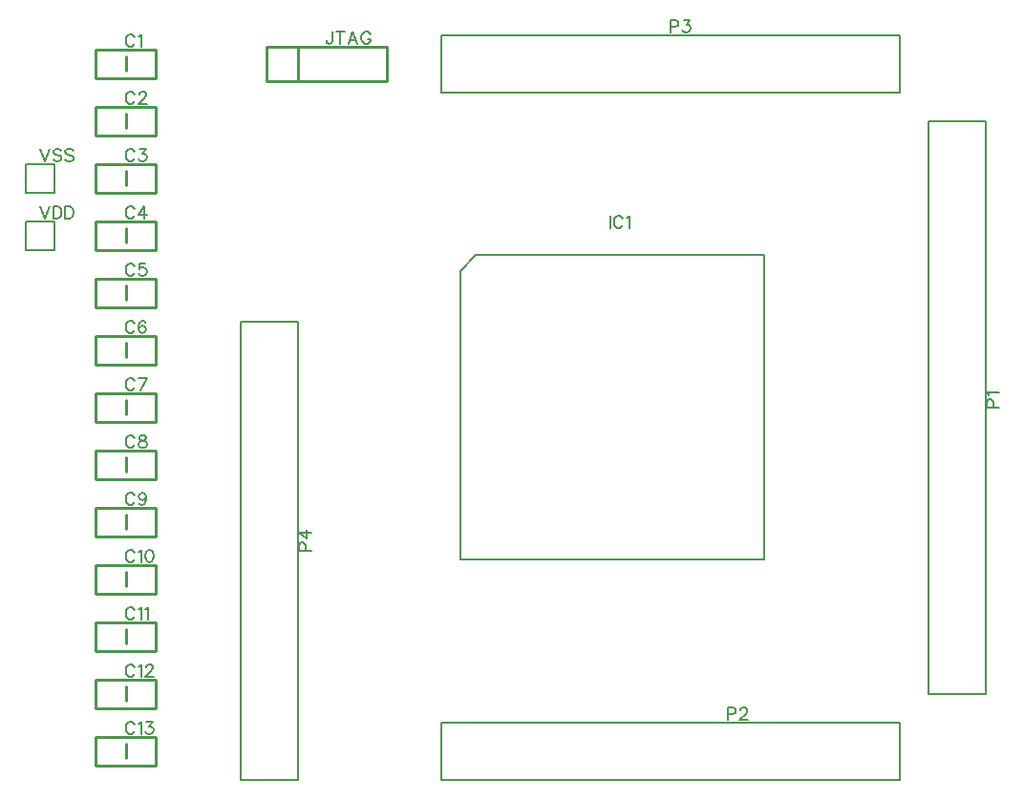
<source format=gto>
G04 Layer: TopSilkLayer*
G04 EasyEDA v5.9.42, Mon, 25 Mar 2019 10:54:48 GMT*
G04 db78ead42679477a8d63b60b64d7050d*
G04 Gerber Generator version 0.2*
G04 Scale: 100 percent, Rotated: No, Reflected: No *
G04 Dimensions in inches *
G04 leading zeros omitted , absolute positions ,2 integer and 4 decimal *
%FSLAX24Y24*%
%MOIN*%
G90*
G70D02*

%ADD10C,0.010000*%
%ADD11C,0.006000*%
%ADD12C,0.008000*%
%ADD19C,0.007870*%
%ADD20C,0.007992*%

%LPD*%
G54D19*
G01X20224Y20440D02*
G01X30289Y20440D01*
G01X30289Y9810D01*
G01X19659Y9810D01*
G01X19659Y19875D01*
G01X20224Y20440D01*
G54D12*
G01X5500Y22600D02*
G01X4500Y22600D01*
G01X4500Y23600D01*
G01X5500Y23600D01*
G01X5500Y22850D01*
G54D20*
G01X5500Y22600D02*
G01X5500Y22850D01*
G54D12*
G01X5500Y20600D02*
G01X4500Y20600D01*
G01X4500Y21600D01*
G01X5500Y21600D01*
G01X5500Y20850D01*
G54D20*
G01X5500Y20600D02*
G01X5500Y20850D01*
G54D10*
G01X12900Y27700D02*
G01X17100Y27700D01*
G01X17100Y26500D01*
G01X12900Y26500D01*
G01X12900Y27700D01*
G01X14000Y27700D02*
G01X14000Y26500D01*
G01X8000Y27350D02*
G01X8000Y26850D01*
G01X6950Y27600D02*
G01X9050Y27600D01*
G01X9050Y27600D02*
G01X9050Y26600D01*
G01X9050Y26600D02*
G01X6950Y26600D01*
G01X6950Y26600D02*
G01X6950Y27600D01*
G01X8000Y25350D02*
G01X8000Y24850D01*
G01X6950Y25600D02*
G01X9050Y25600D01*
G01X9050Y25600D02*
G01X9050Y24600D01*
G01X9050Y24600D02*
G01X6950Y24600D01*
G01X6950Y24600D02*
G01X6950Y25600D01*
G01X8000Y23350D02*
G01X8000Y22850D01*
G01X6950Y23600D02*
G01X9050Y23600D01*
G01X9050Y23600D02*
G01X9050Y22600D01*
G01X9050Y22600D02*
G01X6950Y22600D01*
G01X6950Y22600D02*
G01X6950Y23600D01*
G01X8000Y21350D02*
G01X8000Y20850D01*
G01X6950Y21600D02*
G01X9050Y21600D01*
G01X9050Y21600D02*
G01X9050Y20600D01*
G01X9050Y20600D02*
G01X6950Y20600D01*
G01X6950Y20600D02*
G01X6950Y21600D01*
G01X8000Y19350D02*
G01X8000Y18850D01*
G01X6950Y19600D02*
G01X9050Y19600D01*
G01X9050Y19600D02*
G01X9050Y18600D01*
G01X9050Y18600D02*
G01X6950Y18600D01*
G01X6950Y18600D02*
G01X6950Y19600D01*
G01X8000Y17350D02*
G01X8000Y16850D01*
G01X6950Y17600D02*
G01X9050Y17600D01*
G01X9050Y17600D02*
G01X9050Y16600D01*
G01X9050Y16600D02*
G01X6950Y16600D01*
G01X6950Y16600D02*
G01X6950Y17600D01*
G01X8000Y15350D02*
G01X8000Y14850D01*
G01X6950Y15600D02*
G01X9050Y15600D01*
G01X9050Y15600D02*
G01X9050Y14600D01*
G01X9050Y14600D02*
G01X6950Y14600D01*
G01X6950Y14600D02*
G01X6950Y15600D01*
G01X8000Y13350D02*
G01X8000Y12850D01*
G01X6950Y13600D02*
G01X9050Y13600D01*
G01X9050Y13600D02*
G01X9050Y12600D01*
G01X9050Y12600D02*
G01X6950Y12600D01*
G01X6950Y12600D02*
G01X6950Y13600D01*
G01X8000Y11350D02*
G01X8000Y10850D01*
G01X6950Y11600D02*
G01X9050Y11600D01*
G01X9050Y11600D02*
G01X9050Y10600D01*
G01X9050Y10600D02*
G01X6950Y10600D01*
G01X6950Y10600D02*
G01X6950Y11600D01*
G01X8000Y9350D02*
G01X8000Y8850D01*
G01X6950Y9600D02*
G01X9050Y9600D01*
G01X9050Y9600D02*
G01X9050Y8600D01*
G01X9050Y8600D02*
G01X6950Y8600D01*
G01X6950Y8600D02*
G01X6950Y9600D01*
G01X8000Y7350D02*
G01X8000Y6850D01*
G01X6950Y7600D02*
G01X9050Y7600D01*
G01X9050Y7600D02*
G01X9050Y6600D01*
G01X9050Y6600D02*
G01X6950Y6600D01*
G01X6950Y6600D02*
G01X6950Y7600D01*
G01X8000Y5350D02*
G01X8000Y4850D01*
G01X6950Y5600D02*
G01X9050Y5600D01*
G01X9050Y5600D02*
G01X9050Y4600D01*
G01X9050Y4600D02*
G01X6950Y4600D01*
G01X6950Y4600D02*
G01X6950Y5600D01*
G01X8000Y3350D02*
G01X8000Y2850D01*
G01X6950Y3600D02*
G01X9050Y3600D01*
G01X9050Y3600D02*
G01X9050Y2600D01*
G01X9050Y2600D02*
G01X6950Y2600D01*
G01X6950Y2600D02*
G01X6950Y3600D01*
G54D12*
G01X38000Y25100D02*
G01X36000Y25100D01*
G01X36000Y5100D01*
G01X38000Y5100D01*
G01X38000Y25100D01*
G01X19000Y4100D02*
G01X19000Y2100D01*
G01X35000Y2100D01*
G01X35000Y4100D01*
G01X19000Y4100D01*
G01X19000Y28100D02*
G01X19000Y26100D01*
G01X35000Y26100D01*
G01X35000Y28100D01*
G01X19000Y28100D01*
G01X14000Y18100D02*
G01X12000Y18100D01*
G01X12000Y2100D01*
G01X14000Y2100D01*
G01X14000Y18100D01*
G54D11*
G01X24900Y21796D02*
G01X24900Y21367D01*
G01X25342Y21694D02*
G01X25321Y21734D01*
G01X25280Y21776D01*
G01X25239Y21796D01*
G01X25157Y21796D01*
G01X25117Y21776D01*
G01X25076Y21734D01*
G01X25055Y21694D01*
G01X25035Y21632D01*
G01X25035Y21530D01*
G01X25055Y21469D01*
G01X25076Y21428D01*
G01X25117Y21388D01*
G01X25157Y21367D01*
G01X25239Y21367D01*
G01X25280Y21388D01*
G01X25321Y21428D01*
G01X25342Y21469D01*
G01X25477Y21715D02*
G01X25518Y21734D01*
G01X25578Y21796D01*
G01X25578Y21367D01*
G01X5000Y24128D02*
G01X5164Y23700D01*
G01X5327Y24128D02*
G01X5164Y23700D01*
G01X5748Y24067D02*
G01X5707Y24109D01*
G01X5646Y24128D01*
G01X5564Y24128D01*
G01X5502Y24109D01*
G01X5461Y24067D01*
G01X5461Y24027D01*
G01X5482Y23986D01*
G01X5502Y23965D01*
G01X5543Y23944D01*
G01X5667Y23903D01*
G01X5707Y23884D01*
G01X5727Y23863D01*
G01X5748Y23823D01*
G01X5748Y23761D01*
G01X5707Y23719D01*
G01X5646Y23700D01*
G01X5564Y23700D01*
G01X5502Y23719D01*
G01X5461Y23761D01*
G01X6169Y24067D02*
G01X6128Y24109D01*
G01X6068Y24128D01*
G01X5985Y24128D01*
G01X5925Y24109D01*
G01X5884Y24067D01*
G01X5884Y24027D01*
G01X5903Y23986D01*
G01X5925Y23965D01*
G01X5964Y23944D01*
G01X6088Y23903D01*
G01X6128Y23884D01*
G01X6150Y23863D01*
G01X6169Y23823D01*
G01X6169Y23761D01*
G01X6128Y23719D01*
G01X6068Y23700D01*
G01X5985Y23700D01*
G01X5925Y23719D01*
G01X5884Y23761D01*
G01X5000Y22128D02*
G01X5164Y21700D01*
G01X5327Y22128D02*
G01X5164Y21700D01*
G01X5461Y22128D02*
G01X5461Y21700D01*
G01X5461Y22128D02*
G01X5605Y22128D01*
G01X5667Y22109D01*
G01X5707Y22067D01*
G01X5727Y22027D01*
G01X5748Y21965D01*
G01X5748Y21863D01*
G01X5727Y21802D01*
G01X5707Y21761D01*
G01X5667Y21719D01*
G01X5605Y21700D01*
G01X5461Y21700D01*
G01X5884Y22128D02*
G01X5884Y21700D01*
G01X5884Y22128D02*
G01X6027Y22128D01*
G01X6088Y22109D01*
G01X6128Y22067D01*
G01X6150Y22027D01*
G01X6169Y21965D01*
G01X6169Y21863D01*
G01X6150Y21802D01*
G01X6128Y21761D01*
G01X6088Y21719D01*
G01X6027Y21700D01*
G01X5884Y21700D01*
G01X15205Y28228D02*
G01X15205Y27902D01*
G01X15184Y27840D01*
G01X15164Y27819D01*
G01X15122Y27800D01*
G01X15081Y27800D01*
G01X15040Y27819D01*
G01X15019Y27840D01*
G01X15000Y27902D01*
G01X15000Y27942D01*
G01X15482Y28228D02*
G01X15482Y27800D01*
G01X15339Y28228D02*
G01X15626Y28228D01*
G01X15925Y28228D02*
G01X15760Y27800D01*
G01X15925Y28228D02*
G01X16088Y27800D01*
G01X15822Y27942D02*
G01X16027Y27942D01*
G01X16530Y28127D02*
G01X16510Y28167D01*
G01X16468Y28209D01*
G01X16427Y28228D01*
G01X16346Y28228D01*
G01X16305Y28209D01*
G01X16264Y28167D01*
G01X16243Y28127D01*
G01X16222Y28065D01*
G01X16222Y27963D01*
G01X16243Y27902D01*
G01X16264Y27861D01*
G01X16305Y27819D01*
G01X16346Y27800D01*
G01X16427Y27800D01*
G01X16468Y27819D01*
G01X16510Y27861D01*
G01X16530Y27902D01*
G01X16530Y27963D01*
G01X16427Y27963D02*
G01X16530Y27963D01*
G01X8306Y28027D02*
G01X8285Y28067D01*
G01X8244Y28109D01*
G01X8205Y28128D01*
G01X8122Y28128D01*
G01X8081Y28109D01*
G01X8040Y28067D01*
G01X8019Y28027D01*
G01X8000Y27965D01*
G01X8000Y27863D01*
G01X8019Y27802D01*
G01X8040Y27761D01*
G01X8081Y27719D01*
G01X8122Y27700D01*
G01X8205Y27700D01*
G01X8244Y27719D01*
G01X8285Y27761D01*
G01X8306Y27802D01*
G01X8442Y28048D02*
G01X8482Y28067D01*
G01X8543Y28128D01*
G01X8543Y27700D01*
G01X8306Y26027D02*
G01X8285Y26067D01*
G01X8244Y26109D01*
G01X8205Y26128D01*
G01X8122Y26128D01*
G01X8081Y26109D01*
G01X8040Y26067D01*
G01X8019Y26027D01*
G01X8000Y25965D01*
G01X8000Y25863D01*
G01X8019Y25802D01*
G01X8040Y25761D01*
G01X8081Y25719D01*
G01X8122Y25700D01*
G01X8205Y25700D01*
G01X8244Y25719D01*
G01X8285Y25761D01*
G01X8306Y25802D01*
G01X8461Y26027D02*
G01X8461Y26048D01*
G01X8482Y26088D01*
G01X8502Y26109D01*
G01X8543Y26128D01*
G01X8626Y26128D01*
G01X8667Y26109D01*
G01X8686Y26088D01*
G01X8707Y26048D01*
G01X8707Y26007D01*
G01X8686Y25965D01*
G01X8646Y25903D01*
G01X8442Y25700D01*
G01X8727Y25700D01*
G01X8306Y24027D02*
G01X8285Y24067D01*
G01X8244Y24109D01*
G01X8205Y24128D01*
G01X8122Y24128D01*
G01X8081Y24109D01*
G01X8040Y24067D01*
G01X8019Y24027D01*
G01X8000Y23965D01*
G01X8000Y23863D01*
G01X8019Y23802D01*
G01X8040Y23761D01*
G01X8081Y23719D01*
G01X8122Y23700D01*
G01X8205Y23700D01*
G01X8244Y23719D01*
G01X8285Y23761D01*
G01X8306Y23802D01*
G01X8482Y24128D02*
G01X8707Y24128D01*
G01X8585Y23965D01*
G01X8646Y23965D01*
G01X8686Y23944D01*
G01X8707Y23925D01*
G01X8727Y23863D01*
G01X8727Y23823D01*
G01X8707Y23761D01*
G01X8667Y23719D01*
G01X8605Y23700D01*
G01X8543Y23700D01*
G01X8482Y23719D01*
G01X8461Y23740D01*
G01X8442Y23782D01*
G01X8306Y22027D02*
G01X8285Y22067D01*
G01X8244Y22109D01*
G01X8205Y22128D01*
G01X8122Y22128D01*
G01X8081Y22109D01*
G01X8040Y22067D01*
G01X8019Y22027D01*
G01X8000Y21965D01*
G01X8000Y21863D01*
G01X8019Y21802D01*
G01X8040Y21761D01*
G01X8081Y21719D01*
G01X8122Y21700D01*
G01X8205Y21700D01*
G01X8244Y21719D01*
G01X8285Y21761D01*
G01X8306Y21802D01*
G01X8646Y22128D02*
G01X8442Y21842D01*
G01X8748Y21842D01*
G01X8646Y22128D02*
G01X8646Y21700D01*
G01X8306Y20027D02*
G01X8285Y20067D01*
G01X8244Y20109D01*
G01X8205Y20128D01*
G01X8122Y20128D01*
G01X8081Y20109D01*
G01X8040Y20067D01*
G01X8019Y20027D01*
G01X8000Y19965D01*
G01X8000Y19863D01*
G01X8019Y19802D01*
G01X8040Y19761D01*
G01X8081Y19719D01*
G01X8122Y19700D01*
G01X8205Y19700D01*
G01X8244Y19719D01*
G01X8285Y19761D01*
G01X8306Y19802D01*
G01X8686Y20128D02*
G01X8482Y20128D01*
G01X8461Y19944D01*
G01X8482Y19965D01*
G01X8543Y19986D01*
G01X8605Y19986D01*
G01X8667Y19965D01*
G01X8707Y19925D01*
G01X8727Y19863D01*
G01X8727Y19823D01*
G01X8707Y19761D01*
G01X8667Y19719D01*
G01X8605Y19700D01*
G01X8543Y19700D01*
G01X8482Y19719D01*
G01X8461Y19740D01*
G01X8442Y19782D01*
G01X8306Y18027D02*
G01X8285Y18067D01*
G01X8244Y18109D01*
G01X8205Y18128D01*
G01X8122Y18128D01*
G01X8081Y18109D01*
G01X8040Y18067D01*
G01X8019Y18027D01*
G01X8000Y17965D01*
G01X8000Y17863D01*
G01X8019Y17802D01*
G01X8040Y17761D01*
G01X8081Y17719D01*
G01X8122Y17700D01*
G01X8205Y17700D01*
G01X8244Y17719D01*
G01X8285Y17761D01*
G01X8306Y17802D01*
G01X8686Y18067D02*
G01X8667Y18109D01*
G01X8605Y18128D01*
G01X8564Y18128D01*
G01X8502Y18109D01*
G01X8461Y18048D01*
G01X8442Y17944D01*
G01X8442Y17842D01*
G01X8461Y17761D01*
G01X8502Y17719D01*
G01X8564Y17700D01*
G01X8585Y17700D01*
G01X8646Y17719D01*
G01X8686Y17761D01*
G01X8707Y17823D01*
G01X8707Y17842D01*
G01X8686Y17903D01*
G01X8646Y17944D01*
G01X8585Y17965D01*
G01X8564Y17965D01*
G01X8502Y17944D01*
G01X8461Y17903D01*
G01X8442Y17842D01*
G01X8306Y16026D02*
G01X8285Y16067D01*
G01X8244Y16109D01*
G01X8205Y16128D01*
G01X8122Y16128D01*
G01X8081Y16109D01*
G01X8040Y16067D01*
G01X8019Y16026D01*
G01X8000Y15965D01*
G01X8000Y15863D01*
G01X8019Y15801D01*
G01X8040Y15761D01*
G01X8081Y15719D01*
G01X8122Y15700D01*
G01X8205Y15700D01*
G01X8244Y15719D01*
G01X8285Y15761D01*
G01X8306Y15801D01*
G01X8727Y16128D02*
G01X8523Y15700D01*
G01X8442Y16128D02*
G01X8727Y16128D01*
G01X8306Y14026D02*
G01X8285Y14067D01*
G01X8244Y14109D01*
G01X8205Y14128D01*
G01X8122Y14128D01*
G01X8081Y14109D01*
G01X8040Y14067D01*
G01X8019Y14026D01*
G01X8000Y13965D01*
G01X8000Y13863D01*
G01X8019Y13801D01*
G01X8040Y13761D01*
G01X8081Y13719D01*
G01X8122Y13700D01*
G01X8205Y13700D01*
G01X8244Y13719D01*
G01X8285Y13761D01*
G01X8306Y13801D01*
G01X8543Y14128D02*
G01X8482Y14109D01*
G01X8461Y14067D01*
G01X8461Y14026D01*
G01X8482Y13986D01*
G01X8523Y13965D01*
G01X8605Y13944D01*
G01X8667Y13925D01*
G01X8707Y13884D01*
G01X8727Y13842D01*
G01X8727Y13782D01*
G01X8707Y13740D01*
G01X8686Y13719D01*
G01X8626Y13700D01*
G01X8543Y13700D01*
G01X8482Y13719D01*
G01X8461Y13740D01*
G01X8442Y13782D01*
G01X8442Y13842D01*
G01X8461Y13884D01*
G01X8502Y13925D01*
G01X8564Y13944D01*
G01X8646Y13965D01*
G01X8686Y13986D01*
G01X8707Y14026D01*
G01X8707Y14067D01*
G01X8686Y14109D01*
G01X8626Y14128D01*
G01X8543Y14128D01*
G01X8306Y12026D02*
G01X8285Y12067D01*
G01X8244Y12109D01*
G01X8205Y12128D01*
G01X8122Y12128D01*
G01X8081Y12109D01*
G01X8040Y12067D01*
G01X8019Y12026D01*
G01X8000Y11965D01*
G01X8000Y11863D01*
G01X8019Y11801D01*
G01X8040Y11761D01*
G01X8081Y11719D01*
G01X8122Y11700D01*
G01X8205Y11700D01*
G01X8244Y11719D01*
G01X8285Y11761D01*
G01X8306Y11801D01*
G01X8707Y11986D02*
G01X8686Y11925D01*
G01X8646Y11884D01*
G01X8585Y11863D01*
G01X8564Y11863D01*
G01X8502Y11884D01*
G01X8461Y11925D01*
G01X8442Y11986D01*
G01X8442Y12007D01*
G01X8461Y12067D01*
G01X8502Y12109D01*
G01X8564Y12128D01*
G01X8585Y12128D01*
G01X8646Y12109D01*
G01X8686Y12067D01*
G01X8707Y11986D01*
G01X8707Y11884D01*
G01X8686Y11782D01*
G01X8646Y11719D01*
G01X8585Y11700D01*
G01X8543Y11700D01*
G01X8482Y11719D01*
G01X8461Y11761D01*
G01X8306Y10026D02*
G01X8285Y10067D01*
G01X8244Y10109D01*
G01X8205Y10128D01*
G01X8122Y10128D01*
G01X8081Y10109D01*
G01X8040Y10067D01*
G01X8019Y10026D01*
G01X8000Y9965D01*
G01X8000Y9863D01*
G01X8019Y9801D01*
G01X8040Y9761D01*
G01X8081Y9719D01*
G01X8122Y9700D01*
G01X8205Y9700D01*
G01X8244Y9719D01*
G01X8285Y9761D01*
G01X8306Y9801D01*
G01X8442Y10048D02*
G01X8482Y10067D01*
G01X8543Y10128D01*
G01X8543Y9700D01*
G01X8802Y10128D02*
G01X8739Y10109D01*
G01X8700Y10048D01*
G01X8678Y9944D01*
G01X8678Y9884D01*
G01X8700Y9782D01*
G01X8739Y9719D01*
G01X8802Y9700D01*
G01X8843Y9700D01*
G01X8903Y9719D01*
G01X8944Y9782D01*
G01X8964Y9884D01*
G01X8964Y9944D01*
G01X8944Y10048D01*
G01X8903Y10109D01*
G01X8843Y10128D01*
G01X8802Y10128D01*
G01X8306Y8026D02*
G01X8285Y8067D01*
G01X8244Y8109D01*
G01X8205Y8128D01*
G01X8122Y8128D01*
G01X8081Y8109D01*
G01X8040Y8067D01*
G01X8019Y8026D01*
G01X8000Y7965D01*
G01X8000Y7863D01*
G01X8019Y7801D01*
G01X8040Y7761D01*
G01X8081Y7719D01*
G01X8122Y7700D01*
G01X8205Y7700D01*
G01X8244Y7719D01*
G01X8285Y7761D01*
G01X8306Y7801D01*
G01X8442Y8048D02*
G01X8482Y8067D01*
G01X8543Y8128D01*
G01X8543Y7700D01*
G01X8678Y8048D02*
G01X8719Y8067D01*
G01X8781Y8128D01*
G01X8781Y7700D01*
G01X8306Y6026D02*
G01X8285Y6067D01*
G01X8244Y6109D01*
G01X8205Y6128D01*
G01X8122Y6128D01*
G01X8081Y6109D01*
G01X8040Y6067D01*
G01X8019Y6026D01*
G01X8000Y5965D01*
G01X8000Y5863D01*
G01X8019Y5801D01*
G01X8040Y5761D01*
G01X8081Y5719D01*
G01X8122Y5700D01*
G01X8205Y5700D01*
G01X8244Y5719D01*
G01X8285Y5761D01*
G01X8306Y5801D01*
G01X8442Y6048D02*
G01X8482Y6067D01*
G01X8543Y6128D01*
G01X8543Y5700D01*
G01X8700Y6026D02*
G01X8700Y6048D01*
G01X8719Y6088D01*
G01X8739Y6109D01*
G01X8781Y6128D01*
G01X8863Y6128D01*
G01X8903Y6109D01*
G01X8925Y6088D01*
G01X8944Y6048D01*
G01X8944Y6007D01*
G01X8925Y5965D01*
G01X8884Y5903D01*
G01X8678Y5700D01*
G01X8964Y5700D01*
G01X8306Y4026D02*
G01X8285Y4067D01*
G01X8244Y4109D01*
G01X8205Y4128D01*
G01X8122Y4128D01*
G01X8081Y4109D01*
G01X8040Y4067D01*
G01X8019Y4026D01*
G01X8000Y3965D01*
G01X8000Y3863D01*
G01X8019Y3801D01*
G01X8040Y3761D01*
G01X8081Y3719D01*
G01X8122Y3700D01*
G01X8205Y3700D01*
G01X8244Y3719D01*
G01X8285Y3761D01*
G01X8306Y3801D01*
G01X8442Y4048D02*
G01X8482Y4067D01*
G01X8543Y4128D01*
G01X8543Y3700D01*
G01X8719Y4128D02*
G01X8944Y4128D01*
G01X8822Y3965D01*
G01X8884Y3965D01*
G01X8925Y3944D01*
G01X8944Y3925D01*
G01X8964Y3863D01*
G01X8964Y3823D01*
G01X8944Y3761D01*
G01X8903Y3719D01*
G01X8843Y3700D01*
G01X8781Y3700D01*
G01X8719Y3719D01*
G01X8700Y3740D01*
G01X8678Y3782D01*
G01X38039Y15100D02*
G01X38468Y15100D01*
G01X38039Y15100D02*
G01X38039Y15284D01*
G01X38059Y15344D01*
G01X38079Y15365D01*
G01X38119Y15386D01*
G01X38181Y15386D01*
G01X38222Y15365D01*
G01X38243Y15344D01*
G01X38264Y15284D01*
G01X38264Y15100D01*
G01X38119Y15521D02*
G01X38100Y15561D01*
G01X38039Y15623D01*
G01X38468Y15623D01*
G01X29000Y4628D02*
G01X29000Y4200D01*
G01X29000Y4628D02*
G01X29184Y4628D01*
G01X29244Y4609D01*
G01X29265Y4588D01*
G01X29285Y4548D01*
G01X29285Y4486D01*
G01X29265Y4444D01*
G01X29244Y4425D01*
G01X29184Y4403D01*
G01X29000Y4403D01*
G01X29442Y4526D02*
G01X29442Y4548D01*
G01X29461Y4588D01*
G01X29482Y4609D01*
G01X29523Y4628D01*
G01X29605Y4628D01*
G01X29646Y4609D01*
G01X29667Y4588D01*
G01X29686Y4548D01*
G01X29686Y4507D01*
G01X29667Y4465D01*
G01X29626Y4403D01*
G01X29421Y4200D01*
G01X29707Y4200D01*
G01X27000Y28628D02*
G01X27000Y28200D01*
G01X27000Y28628D02*
G01X27184Y28628D01*
G01X27244Y28609D01*
G01X27265Y28588D01*
G01X27285Y28548D01*
G01X27285Y28486D01*
G01X27265Y28444D01*
G01X27244Y28425D01*
G01X27184Y28403D01*
G01X27000Y28403D01*
G01X27461Y28628D02*
G01X27686Y28628D01*
G01X27564Y28465D01*
G01X27626Y28465D01*
G01X27667Y28444D01*
G01X27686Y28425D01*
G01X27707Y28363D01*
G01X27707Y28323D01*
G01X27686Y28261D01*
G01X27646Y28219D01*
G01X27585Y28200D01*
G01X27523Y28200D01*
G01X27461Y28219D01*
G01X27442Y28240D01*
G01X27421Y28282D01*
G01X14039Y10100D02*
G01X14468Y10100D01*
G01X14039Y10100D02*
G01X14039Y10284D01*
G01X14059Y10344D01*
G01X14078Y10365D01*
G01X14119Y10386D01*
G01X14181Y10386D01*
G01X14222Y10365D01*
G01X14243Y10344D01*
G01X14264Y10284D01*
G01X14264Y10100D01*
G01X14039Y10726D02*
G01X14325Y10521D01*
G01X14325Y10828D01*
G01X14039Y10726D02*
G01X14468Y10726D01*
M00*
M02*

</source>
